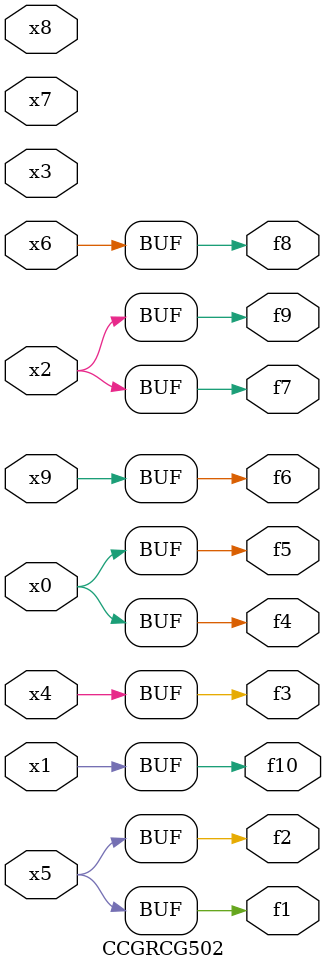
<source format=v>
module CCGRCG502(
	input x0, x1, x2, x3, x4, x5, x6, x7, x8, x9,
	output f1, f2, f3, f4, f5, f6, f7, f8, f9, f10
);
	assign f1 = x5;
	assign f2 = x5;
	assign f3 = x4;
	assign f4 = x0;
	assign f5 = x0;
	assign f6 = x9;
	assign f7 = x2;
	assign f8 = x6;
	assign f9 = x2;
	assign f10 = x1;
endmodule

</source>
